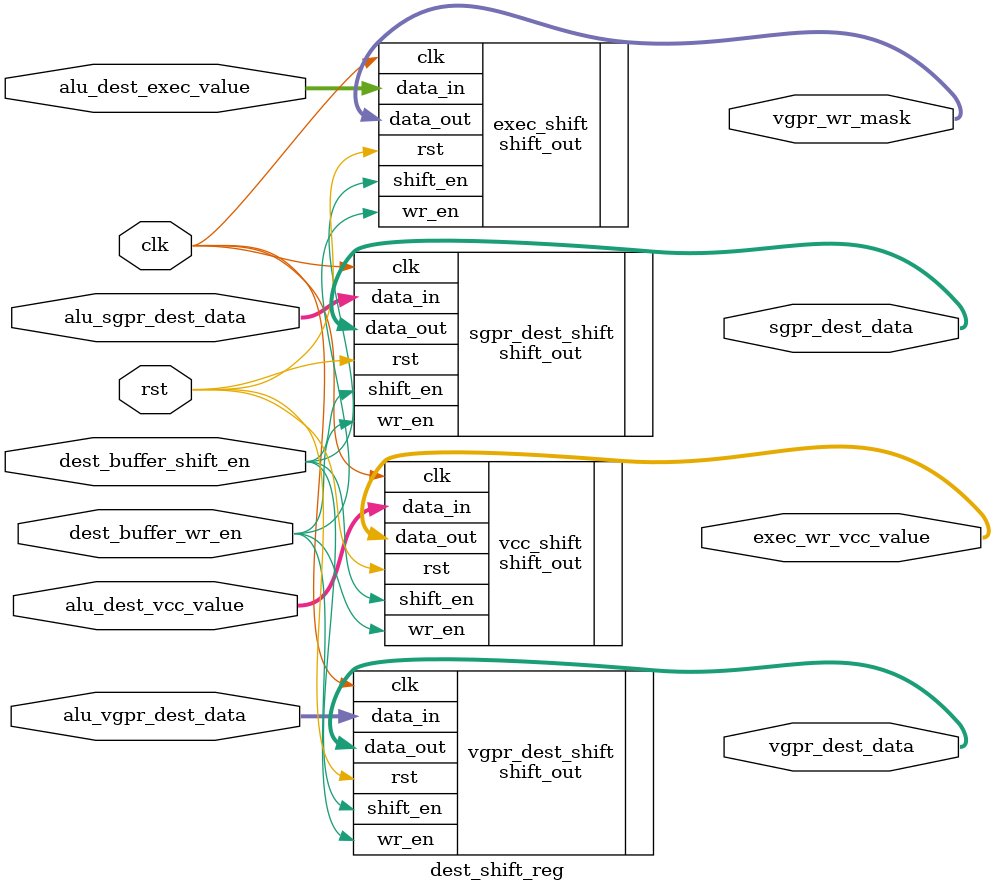
<source format=v>
/* Copyright (C) 2019 Radhamadhab Dalai - All Rights Reserved
 * You may use, distribute and modify this code under the
 * terms of the license, which unfortunately won't be
 * written for another century.
 *
 * You should have received a copy of the license with
 * this file. If not, please write to: dalai115@gmail.com.
 */


module dest_shift_reg (
 alu_vgpr_dest_data,
 alu_sgpr_dest_data,
 alu_dest_vcc_value,
 alu_dest_exec_value,
 dest_buffer_wr_en,
 dest_buffer_shift_en,
 vgpr_dest_data,
 sgpr_dest_data,
 exec_wr_vcc_value,
 vgpr_wr_mask,
 clk,
 rst
);

input [511:0]   alu_vgpr_dest_data;
input [15:0]    alu_sgpr_dest_data;
input [15:0]    alu_dest_vcc_value;
input [15:0]    alu_dest_exec_value;
input           dest_buffer_wr_en;
input           dest_buffer_shift_en;
output [2047:0] vgpr_dest_data;
output [63:0]   sgpr_dest_data;
output [63:0]   exec_wr_vcc_value;
output [63:0]   vgpr_wr_mask;
input           clk;
input           rst;

shift_out #(32) vgpr_dest_shift(
  .data_in(alu_vgpr_dest_data),
  .wr_en(dest_buffer_wr_en),
  .shift_en(dest_buffer_shift_en),
  .data_out(vgpr_dest_data),
  .clk(clk),
  .rst(rst)
);

shift_out #(1) sgpr_dest_shift(
  .data_in(alu_sgpr_dest_data),
  .wr_en(dest_buffer_wr_en),
  .shift_en(dest_buffer_shift_en),
  .data_out(sgpr_dest_data),
  .clk(clk),
  .rst(rst)
);

shift_out #(1) exec_shift(
  .data_in(alu_dest_exec_value),
  .wr_en(dest_buffer_wr_en),
  .shift_en(dest_buffer_shift_en),
  .data_out(vgpr_wr_mask),
  .clk(clk),
  .rst(rst)
);

shift_out #(1) vcc_shift(
  .data_in(alu_dest_vcc_value),
  .wr_en(dest_buffer_wr_en),
  .shift_en(dest_buffer_shift_en),
  .data_out(exec_wr_vcc_value),
  .clk(clk),
  .rst(rst)
);

endmodule

</source>
